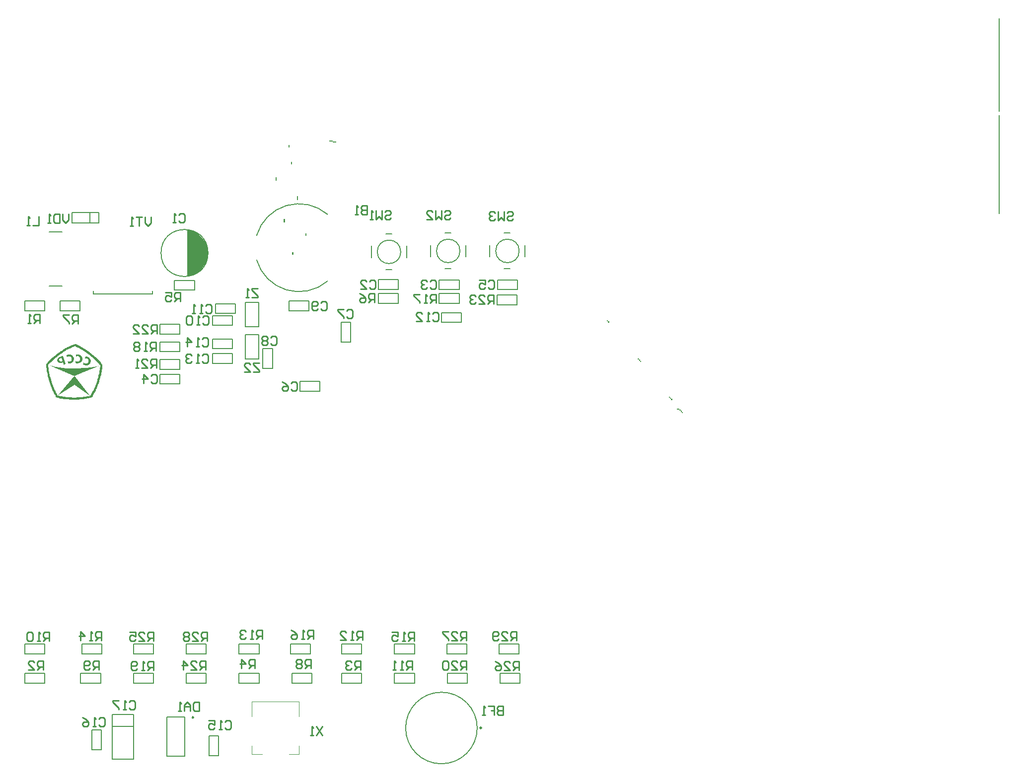
<source format=gbo>
G04*
G04 #@! TF.GenerationSoftware,Altium Limited,Altium Designer,23.1.1 (15)*
G04*
G04 Layer_Color=32896*
%FSLAX44Y44*%
%MOMM*%
G71*
G04*
G04 #@! TF.SameCoordinates,EF6C7277-5682-414E-8E18-456B4B33E10A*
G04*
G04*
G04 #@! TF.FilePolarity,Positive*
G04*
G01*
G75*
%ADD10C,0.2500*%
%ADD11C,0.2000*%
%ADD12C,0.2540*%
%ADD50C,0.5000*%
%ADD79C,0.1000*%
G36*
X350000Y945000D02*
Y865000D01*
X358000Y867000D01*
X365500Y870500D01*
X371250Y875000D01*
X376250Y880000D01*
X380750Y887250D01*
X383500Y894000D01*
X385000Y901750D01*
X384750Y909250D01*
X383500Y916250D01*
X380500Y923500D01*
X377000Y929000D01*
X372000Y934500D01*
X366250Y938750D01*
X357250Y943000D01*
X350000Y945000D01*
D02*
G37*
G36*
X530421Y904066D02*
Y902034D01*
X528389D01*
Y904066D01*
Y906098D01*
X530421D01*
Y904066D01*
D02*
G37*
G36*
X516197Y960962D02*
Y958930D01*
Y956898D01*
X514165D01*
Y958930D01*
Y960962D01*
Y962994D01*
X516197D01*
Y960962D01*
D02*
G37*
G36*
X501973Y1032082D02*
Y1030050D01*
Y1028018D01*
X499941D01*
Y1030050D01*
Y1032082D01*
Y1034114D01*
X501973D01*
Y1032082D01*
D02*
G37*
G36*
X538549Y999570D02*
Y997538D01*
Y995506D01*
X536517D01*
Y997538D01*
Y999570D01*
Y1001602D01*
X538549D01*
Y999570D01*
D02*
G37*
G36*
X528389Y1058498D02*
Y1056466D01*
X526357D01*
Y1058498D01*
Y1060530D01*
X528389D01*
Y1058498D01*
D02*
G37*
G36*
X524325Y1086946D02*
Y1084914D01*
X522293D01*
Y1086946D01*
Y1088978D01*
X524325D01*
Y1086946D01*
D02*
G37*
G36*
X552773Y936578D02*
Y934546D01*
X550741D01*
Y936578D01*
Y938610D01*
X552773D01*
Y936578D01*
D02*
G37*
G36*
X597477Y1095074D02*
X603573D01*
Y1093042D01*
X597477D01*
Y1095074D01*
X591381D01*
Y1097106D01*
X597477D01*
Y1095074D01*
D02*
G37*
G36*
X1119701Y723218D02*
X1121733D01*
Y721186D01*
X1123765D01*
Y719154D01*
X1121733D01*
Y721186D01*
X1119701D01*
Y723218D01*
X1117669D01*
Y725250D01*
X1119701D01*
Y723218D01*
D02*
G37*
G36*
X1066869Y788242D02*
X1068901D01*
Y786210D01*
X1066869D01*
Y788242D01*
X1064837D01*
Y790274D01*
X1066869D01*
Y788242D01*
D02*
G37*
G36*
X1188789Y637874D02*
X1190821D01*
Y635842D01*
X1192853D01*
Y633810D01*
X1194885D01*
Y631778D01*
X1192853D01*
Y633810D01*
X1190821D01*
Y635842D01*
X1188789D01*
Y637874D01*
X1184725D01*
Y639906D01*
X1188789D01*
Y637874D01*
D02*
G37*
G36*
X1172533Y658194D02*
X1174565D01*
Y656162D01*
X1176597D01*
Y654130D01*
X1174565D01*
Y656162D01*
X1172533D01*
Y658194D01*
X1170501D01*
Y660226D01*
X1172533D01*
Y658194D01*
D02*
G37*
G36*
X1734992Y1138136D02*
Y1136104D01*
Y1134072D01*
Y1132040D01*
Y1130008D01*
Y1127976D01*
Y1125944D01*
Y1123912D01*
Y1121880D01*
Y1119848D01*
Y1117816D01*
Y1115784D01*
Y1113752D01*
Y1111720D01*
Y1109688D01*
Y1107656D01*
Y1105624D01*
Y1103592D01*
Y1101560D01*
Y1099528D01*
Y1097496D01*
Y1095464D01*
Y1093432D01*
Y1091400D01*
Y1089368D01*
Y1087336D01*
Y1085304D01*
Y1083272D01*
Y1081240D01*
Y1079208D01*
Y1077176D01*
Y1075144D01*
Y1073112D01*
Y1071080D01*
Y1069048D01*
Y1067016D01*
Y1064984D01*
Y1062952D01*
Y1060920D01*
Y1058888D01*
Y1056856D01*
Y1054824D01*
Y1052792D01*
Y1050760D01*
Y1048728D01*
Y1046696D01*
Y1044664D01*
Y1042632D01*
Y1040600D01*
Y1038568D01*
Y1036536D01*
Y1034504D01*
Y1032472D01*
Y1030440D01*
Y1028408D01*
Y1026376D01*
Y1024344D01*
Y1022312D01*
Y1020280D01*
Y1018248D01*
Y1016216D01*
Y1014184D01*
Y1012152D01*
Y1010120D01*
Y1008088D01*
Y1006056D01*
Y1004024D01*
Y1001992D01*
Y999960D01*
Y997928D01*
Y995896D01*
Y993864D01*
Y991832D01*
Y989800D01*
Y987768D01*
Y985736D01*
Y983704D01*
Y981672D01*
Y979640D01*
Y977608D01*
Y975576D01*
Y973544D01*
Y971512D01*
X1732960D01*
Y973544D01*
Y975576D01*
Y977608D01*
Y979640D01*
Y981672D01*
Y983704D01*
Y985736D01*
Y987768D01*
Y989800D01*
Y991832D01*
Y993864D01*
Y995896D01*
Y997928D01*
Y999960D01*
Y1001992D01*
Y1004024D01*
Y1006056D01*
Y1008088D01*
Y1010120D01*
Y1012152D01*
Y1014184D01*
Y1016216D01*
Y1018248D01*
Y1020280D01*
Y1022312D01*
Y1024344D01*
Y1026376D01*
Y1028408D01*
Y1030440D01*
Y1032472D01*
Y1034504D01*
Y1036536D01*
Y1038568D01*
Y1040600D01*
Y1042632D01*
Y1044664D01*
Y1046696D01*
Y1048728D01*
Y1050760D01*
Y1052792D01*
Y1054824D01*
Y1056856D01*
Y1058888D01*
Y1060920D01*
Y1062952D01*
Y1064984D01*
Y1067016D01*
Y1069048D01*
Y1071080D01*
Y1073112D01*
Y1075144D01*
Y1077176D01*
Y1079208D01*
Y1081240D01*
Y1083272D01*
Y1085304D01*
Y1087336D01*
Y1089368D01*
Y1091400D01*
Y1093432D01*
Y1095464D01*
Y1097496D01*
Y1099528D01*
Y1101560D01*
Y1103592D01*
Y1105624D01*
Y1107656D01*
Y1109688D01*
Y1111720D01*
Y1113752D01*
Y1115784D01*
Y1117816D01*
Y1119848D01*
Y1121880D01*
Y1123912D01*
Y1125944D01*
Y1127976D01*
Y1130008D01*
Y1132040D01*
Y1134072D01*
Y1136104D01*
Y1138136D01*
Y1140168D01*
X1734992D01*
Y1138136D01*
D02*
G37*
G36*
Y1302728D02*
Y1300696D01*
Y1298664D01*
Y1296632D01*
Y1294600D01*
Y1292568D01*
Y1290536D01*
Y1288504D01*
Y1286472D01*
Y1284440D01*
Y1282408D01*
Y1280376D01*
Y1278344D01*
Y1276312D01*
Y1274280D01*
Y1272248D01*
Y1270216D01*
Y1268184D01*
Y1266152D01*
Y1264120D01*
Y1262088D01*
Y1260056D01*
Y1258024D01*
Y1255992D01*
Y1253960D01*
Y1251928D01*
Y1249896D01*
Y1247864D01*
Y1245832D01*
Y1243800D01*
Y1241768D01*
Y1239736D01*
Y1237704D01*
Y1235672D01*
Y1233640D01*
Y1231608D01*
Y1229576D01*
Y1227544D01*
Y1225512D01*
Y1223480D01*
Y1221448D01*
Y1219416D01*
Y1217384D01*
Y1215352D01*
Y1213320D01*
Y1211288D01*
Y1209256D01*
Y1207224D01*
Y1205192D01*
Y1203160D01*
Y1201128D01*
Y1199096D01*
Y1197064D01*
Y1195032D01*
Y1193000D01*
Y1190968D01*
Y1188936D01*
Y1186904D01*
Y1184872D01*
Y1182840D01*
Y1180808D01*
Y1178776D01*
Y1176744D01*
Y1174712D01*
Y1172680D01*
Y1170648D01*
Y1168616D01*
Y1166584D01*
Y1164552D01*
Y1162520D01*
Y1160488D01*
Y1158456D01*
Y1156424D01*
Y1154392D01*
Y1152360D01*
Y1150328D01*
Y1148296D01*
Y1146264D01*
X1732960D01*
Y1148296D01*
Y1150328D01*
Y1152360D01*
Y1154392D01*
Y1156424D01*
Y1158456D01*
Y1160488D01*
Y1162520D01*
Y1164552D01*
Y1166584D01*
Y1168616D01*
Y1170648D01*
Y1172680D01*
Y1174712D01*
Y1176744D01*
Y1178776D01*
Y1180808D01*
Y1182840D01*
Y1184872D01*
Y1186904D01*
Y1188936D01*
Y1190968D01*
Y1193000D01*
Y1195032D01*
Y1197064D01*
Y1199096D01*
Y1201128D01*
Y1203160D01*
Y1205192D01*
Y1207224D01*
Y1209256D01*
Y1211288D01*
Y1213320D01*
Y1215352D01*
Y1217384D01*
Y1219416D01*
Y1221448D01*
Y1223480D01*
Y1225512D01*
Y1227544D01*
Y1229576D01*
Y1231608D01*
Y1233640D01*
Y1235672D01*
Y1237704D01*
Y1239736D01*
Y1241768D01*
Y1243800D01*
Y1245832D01*
Y1247864D01*
Y1249896D01*
Y1251928D01*
Y1253960D01*
Y1255992D01*
Y1258024D01*
Y1260056D01*
Y1262088D01*
Y1264120D01*
Y1266152D01*
Y1268184D01*
Y1270216D01*
Y1272248D01*
Y1274280D01*
Y1276312D01*
Y1278344D01*
Y1280376D01*
Y1282408D01*
Y1284440D01*
Y1286472D01*
Y1288504D01*
Y1290536D01*
Y1292568D01*
Y1294600D01*
Y1296632D01*
Y1298664D01*
Y1300696D01*
Y1302728D01*
Y1304760D01*
X1734992D01*
Y1302728D01*
D02*
G37*
G36*
X158431Y749805D02*
X158708Y749712D01*
X159079Y749620D01*
X159542Y749435D01*
X160097Y749249D01*
X161486Y748694D01*
X163153Y747953D01*
X165097Y747028D01*
X167319Y745917D01*
X169633Y744620D01*
X169726D01*
X169911Y744435D01*
X170281Y744250D01*
X170744Y743972D01*
X171392Y743602D01*
X172133Y743232D01*
X172874Y742676D01*
X173799Y742121D01*
X175836Y740917D01*
X178058Y739436D01*
X180466Y737769D01*
X182965Y736010D01*
X183058Y735918D01*
X183243Y735825D01*
X183613Y735547D01*
X184076Y735177D01*
X184632Y734714D01*
X185372Y734158D01*
X186946Y732862D01*
X188890Y731288D01*
X191020Y729529D01*
X193242Y727678D01*
X195464Y725641D01*
X195557Y725548D01*
X195742Y725363D01*
X196019Y725085D01*
X196482Y724715D01*
X196945Y724159D01*
X197501Y723604D01*
X198890Y722215D01*
X200371Y720549D01*
X201945Y718790D01*
X203519Y716845D01*
X205000Y714901D01*
Y714809D01*
Y714623D01*
Y714346D01*
Y713975D01*
Y713512D01*
Y712864D01*
X204907Y712124D01*
Y711383D01*
X204722Y709531D01*
X204537Y707402D01*
X204167Y704902D01*
X203704Y702217D01*
Y702125D01*
X203611Y701847D01*
X203519Y701477D01*
X203426Y700921D01*
X203333Y700273D01*
X203148Y699440D01*
X202963Y698514D01*
X202778Y697496D01*
X202500Y696385D01*
X202222Y695181D01*
X201574Y692589D01*
X200741Y689811D01*
X199908Y686849D01*
Y686756D01*
X199815Y686478D01*
X199630Y686108D01*
X199445Y685460D01*
X199167Y684812D01*
X198890Y683979D01*
X198612Y683053D01*
X198149Y681942D01*
X197316Y679627D01*
X196297Y677035D01*
X195186Y674257D01*
X193983Y671480D01*
Y671387D01*
X193797Y671109D01*
X193612Y670739D01*
X193427Y670276D01*
X193057Y669628D01*
X192687Y668887D01*
X191853Y667128D01*
X190835Y665184D01*
X189631Y663055D01*
X188335Y660925D01*
X186946Y658888D01*
X186854D01*
X186761Y658796D01*
X186483Y658703D01*
X186113Y658611D01*
X185558Y658426D01*
X185002Y658240D01*
X184354Y658055D01*
X183613Y657870D01*
X181762Y657407D01*
X179632Y656944D01*
X177225Y656481D01*
X174448Y656111D01*
X174077D01*
X173707Y656018D01*
X173151Y655926D01*
X172411Y655833D01*
X171577Y655741D01*
X170559Y655648D01*
X169541Y655555D01*
X168337Y655463D01*
X167134Y655370D01*
X164356Y655185D01*
X161301Y655093D01*
X158153Y655000D01*
X152783D01*
X151580Y655093D01*
X150191D01*
X147413Y655278D01*
X144358Y655463D01*
X141210Y655741D01*
X140840D01*
X140377Y655833D01*
X139822Y655926D01*
X139081Y656018D01*
X138248Y656111D01*
X137322Y656204D01*
X136303Y656389D01*
X133989Y656759D01*
X131582Y657222D01*
X129174Y657870D01*
X126767Y658518D01*
Y658611D01*
X126675Y658703D01*
X126490Y658981D01*
X126212Y659259D01*
X125656Y660185D01*
X124916Y661481D01*
X123990Y663055D01*
X122879Y664999D01*
X121768Y667221D01*
X120564Y669721D01*
Y669813D01*
X120379Y669998D01*
X120287Y670461D01*
X120009Y670924D01*
X119731Y671572D01*
X119453Y672406D01*
X119083Y673239D01*
X118713Y674257D01*
X118250Y675368D01*
X117787Y676479D01*
X116861Y679072D01*
X115843Y681849D01*
X114917Y684812D01*
Y684904D01*
X114824Y685182D01*
X114639Y685645D01*
X114454Y686200D01*
X114269Y686941D01*
X113991Y687774D01*
X113713Y688793D01*
X113435Y689904D01*
X113065Y691107D01*
X112787Y692311D01*
X112047Y695088D01*
X111399Y698051D01*
X110751Y701014D01*
Y701106D01*
X110658Y701384D01*
X110565Y701847D01*
X110473Y702402D01*
X110380Y703143D01*
X110288Y703976D01*
X110102Y704902D01*
X110010Y705921D01*
X109732Y708235D01*
X109454Y710642D01*
X109269Y713142D01*
Y715642D01*
Y715734D01*
X109454Y715827D01*
X109825Y716383D01*
X110565Y717216D01*
X111491Y718419D01*
X112787Y719715D01*
X114269Y721382D01*
X116028Y723141D01*
X118065Y724993D01*
X118157Y725085D01*
X118342Y725270D01*
X118620Y725548D01*
X119083Y725919D01*
X119639Y726382D01*
X120287Y726937D01*
X121027Y727493D01*
X121861Y728233D01*
X123712Y729715D01*
X125842Y731473D01*
X128249Y733233D01*
X130748Y735084D01*
X130841Y735177D01*
X131026Y735269D01*
X131397Y735547D01*
X131952Y735918D01*
X132507Y736380D01*
X133248Y736843D01*
X134081Y737399D01*
X135007Y738047D01*
X137137Y739436D01*
X139544Y740917D01*
X142136Y742491D01*
X144821Y743972D01*
X144914Y744065D01*
X145099Y744157D01*
X145562Y744343D01*
X146025Y744620D01*
X146673Y744991D01*
X147413Y745361D01*
X148247Y745824D01*
X149172Y746287D01*
X151302Y747213D01*
X153524Y748231D01*
X155931Y749157D01*
X158246Y749898D01*
X158338D01*
X158431Y749805D01*
D02*
G37*
%LPC*%
G36*
X158060Y746194D02*
X157968D01*
X157783Y746102D01*
X157505Y746009D01*
X157135Y745824D01*
X156672Y745639D01*
X156116Y745454D01*
X154727Y744806D01*
X153061Y744157D01*
X151209Y743232D01*
X149172Y742306D01*
X147043Y741195D01*
X146950D01*
X146765Y741010D01*
X146488Y740917D01*
X146025Y740639D01*
X145469Y740361D01*
X144914Y739991D01*
X143432Y739158D01*
X141673Y738047D01*
X139636Y736843D01*
X137507Y735455D01*
X135378Y733973D01*
X135285D01*
X135100Y733788D01*
X134822Y733603D01*
X134359Y733233D01*
X133804Y732862D01*
X133248Y732492D01*
X131674Y731381D01*
X129915Y729992D01*
X127971Y728511D01*
X125842Y726844D01*
X123619Y724993D01*
X123527Y724900D01*
X123342Y724808D01*
X123064Y724530D01*
X122601Y724159D01*
X122138Y723697D01*
X121490Y723141D01*
X120101Y721752D01*
X118435Y720178D01*
X116583Y718327D01*
X114546Y716383D01*
X112602Y714253D01*
Y714161D01*
Y713975D01*
Y713698D01*
X112695Y713327D01*
Y712772D01*
X112787Y712124D01*
X112880Y710642D01*
X113065Y708883D01*
X113343Y706846D01*
X113713Y704624D01*
X114083Y702310D01*
Y702217D01*
X114176Y702032D01*
Y701662D01*
X114269Y701199D01*
X114361Y700643D01*
X114546Y699995D01*
X114732Y699162D01*
X114917Y698329D01*
X115380Y696385D01*
X115843Y694163D01*
X116491Y691755D01*
X117231Y689256D01*
Y689163D01*
X117324Y688978D01*
X117416Y688608D01*
X117602Y688052D01*
X117787Y687497D01*
X118065Y686756D01*
X118342Y685923D01*
X118620Y684997D01*
X119361Y682960D01*
X120194Y680646D01*
X121120Y678146D01*
X122231Y675553D01*
Y675461D01*
X122323Y675276D01*
X122508Y674905D01*
X122694Y674350D01*
X122971Y673702D01*
X123342Y672961D01*
X123712Y672128D01*
X124175Y671202D01*
X125101Y669165D01*
X126304Y666851D01*
X127601Y664351D01*
X128989Y661851D01*
X129082D01*
X129267Y661758D01*
X129545D01*
X129915Y661666D01*
X130471Y661481D01*
X131119Y661388D01*
X132600Y661111D01*
X134359Y660740D01*
X136396Y660370D01*
X138618Y659999D01*
X140933Y659629D01*
X141210D01*
X141581Y659537D01*
X142044D01*
X142692Y659444D01*
X143340Y659351D01*
X144173Y659259D01*
X145099Y659166D01*
X147136Y658981D01*
X149450Y658888D01*
X152043Y658703D01*
X154635Y658611D01*
X159171D01*
X161301Y658703D01*
X163801Y658796D01*
X166486Y658981D01*
X169263Y659166D01*
X169633D01*
X170004Y659259D01*
X170559Y659351D01*
X171207D01*
X172040Y659537D01*
X172966Y659629D01*
X173985Y659722D01*
X176299Y660092D01*
X178799Y660555D01*
X181576Y661018D01*
X184354Y661666D01*
Y661759D01*
X184447Y661851D01*
X184632Y662129D01*
X184909Y662499D01*
X185465Y663425D01*
X186206Y664721D01*
X187132Y666295D01*
X188057Y668054D01*
X189168Y669998D01*
X190187Y672128D01*
Y672220D01*
X190279Y672406D01*
X190464Y672683D01*
X190650Y673146D01*
X190927Y673702D01*
X191205Y674350D01*
X191853Y675924D01*
X192687Y677775D01*
X193520Y679905D01*
X194353Y682219D01*
X195279Y684627D01*
Y684719D01*
X195371Y684904D01*
X195464Y685275D01*
X195649Y685738D01*
X195834Y686386D01*
X196019Y687126D01*
X196297Y687960D01*
X196575Y688793D01*
X197223Y690922D01*
X197778Y693237D01*
X198427Y695829D01*
X199075Y698514D01*
Y698607D01*
X199167Y698884D01*
X199260Y699255D01*
X199352Y699810D01*
X199445Y700458D01*
X199630Y701199D01*
X199815Y702125D01*
X200000Y703143D01*
X200371Y705365D01*
X200741Y707958D01*
X201112Y710642D01*
X201389Y713512D01*
Y713605D01*
X201204Y713698D01*
X200741Y714253D01*
X200000Y715179D01*
X199075Y716290D01*
X197871Y717586D01*
X196482Y719067D01*
X194908Y720641D01*
X193242Y722308D01*
X193149Y722400D01*
X193057Y722493D01*
X192779Y722771D01*
X192501Y723048D01*
X191576Y723974D01*
X190372Y725085D01*
X188891Y726474D01*
X187224Y727955D01*
X185372Y729529D01*
X183335Y731103D01*
X183243Y731196D01*
X183058Y731288D01*
X182780Y731566D01*
X182410Y731844D01*
X181854Y732214D01*
X181206Y732677D01*
X179725Y733696D01*
X177966Y734899D01*
X175929Y736288D01*
X173707Y737769D01*
X171392Y739158D01*
X171300Y739250D01*
X171115Y739343D01*
X170744Y739528D01*
X170281Y739806D01*
X169726Y740176D01*
X168985Y740547D01*
X168244Y741010D01*
X167319Y741472D01*
X165374Y742583D01*
X163153Y743695D01*
X160653Y744991D01*
X158060Y746194D01*
D02*
G37*
%LPD*%
G36*
X164171Y732122D02*
X165097Y731844D01*
X165930Y731566D01*
X166671Y731196D01*
X167319Y730826D01*
X167874Y730548D01*
X168244Y730363D01*
X168337Y730270D01*
X169170Y729529D01*
X169911Y728604D01*
X170374Y727585D01*
X170652Y726659D01*
X170837Y725733D01*
X170930Y724993D01*
Y724530D01*
Y724437D01*
Y724345D01*
X170744Y722863D01*
X170374Y721660D01*
X169911Y720641D01*
X169356Y719901D01*
X168708Y719253D01*
X168244Y718882D01*
X167874Y718605D01*
X167782Y718512D01*
X166671Y717956D01*
X165745Y717586D01*
X165004Y717308D01*
X164356Y717123D01*
X163893Y717031D01*
X163523Y716938D01*
X160931D01*
X160375Y717123D01*
X159819Y717308D01*
X159449Y717494D01*
X159264Y717586D01*
Y718419D01*
Y718975D01*
Y719160D01*
Y719345D01*
Y719623D01*
Y719993D01*
Y720456D01*
Y720826D01*
Y721197D01*
Y721289D01*
X159634Y720826D01*
X160097Y720549D01*
X160375Y720364D01*
X160560Y720271D01*
X161208Y720086D01*
X161949Y719993D01*
X162875D01*
X163523Y720086D01*
X164078Y720178D01*
X165004Y720734D01*
X165375Y720919D01*
X165560Y721197D01*
X165745Y721289D01*
X165837Y721382D01*
X166300Y721937D01*
X166578Y722493D01*
X166948Y723511D01*
X167041Y723974D01*
X167134Y724345D01*
Y724530D01*
Y724622D01*
X167041Y725270D01*
X166948Y725919D01*
X166393Y726937D01*
X166208Y727307D01*
X165930Y727585D01*
X165837Y727678D01*
X165745Y727770D01*
X165189Y728233D01*
X164726Y728604D01*
X164263Y728789D01*
X163893Y728974D01*
X163338Y729159D01*
X162412D01*
X161764Y729066D01*
X161393Y728974D01*
X161301D01*
X160745Y728789D01*
X160282Y728511D01*
X160005Y728326D01*
X159912Y728233D01*
X159912Y732122D01*
X160375Y732214D01*
X163338D01*
X164171Y732122D01*
D02*
G37*
G36*
X149450Y731844D02*
X150283Y731751D01*
X151024Y731566D01*
X151580Y731474D01*
X152043Y731288D01*
X152135D01*
X153153Y730826D01*
X154079Y730085D01*
X154727Y729252D01*
X155283Y728418D01*
X155746Y727585D01*
X156024Y726937D01*
X156116Y726474D01*
X156209Y726382D01*
Y726289D01*
X156394Y724808D01*
Y723511D01*
X156116Y722400D01*
X155746Y721475D01*
X155375Y720734D01*
X155005Y720271D01*
X154727Y719901D01*
X154635Y719808D01*
X153709Y719067D01*
X152968Y718419D01*
X152320Y717864D01*
X151765Y717494D01*
X151302Y717216D01*
X151024Y717031D01*
X150839Y716938D01*
X150746D01*
X149728Y716753D01*
X148987Y716568D01*
X148524Y716475D01*
X147876D01*
X147228Y716568D01*
X146673D01*
X146488Y717494D01*
X146302Y718049D01*
Y718234D01*
Y718327D01*
X146256Y718466D01*
X146210Y718512D01*
Y718605D01*
X146117Y718975D01*
X145932Y719345D01*
X145840Y719808D01*
X145747Y720086D01*
Y720178D01*
X146210Y719901D01*
X146673Y719715D01*
X146951Y719623D01*
X147876D01*
X148617Y719715D01*
X148987Y719808D01*
X149265D01*
X149450Y719901D01*
X149543D01*
X150098Y720086D01*
X150654Y720456D01*
X151487Y721104D01*
X151950Y721752D01*
X152135Y721937D01*
Y722030D01*
X152413Y722678D01*
X152505Y723234D01*
X152598Y724345D01*
Y724808D01*
Y725178D01*
X152505Y725363D01*
Y725456D01*
X152320Y726104D01*
X151950Y726659D01*
X151209Y727493D01*
X150839Y727770D01*
X150561Y727955D01*
X150376Y728141D01*
X150283D01*
X149635Y728511D01*
X149080Y728696D01*
X148154Y728881D01*
X147413D01*
X146673Y728696D01*
X146117Y728418D01*
X145747Y728233D01*
X145654Y728141D01*
X145191Y727770D01*
X144821Y727493D01*
X144636Y727122D01*
X144543Y727030D01*
X143617Y730826D01*
X143803D01*
X143988Y730918D01*
X144173Y731011D01*
X144265D01*
X144451Y731103D01*
X144821Y731196D01*
X145654Y731474D01*
X146025Y731659D01*
X146395Y731751D01*
X146673Y731844D01*
X146765D01*
X147691Y731936D01*
X148617D01*
X149450Y731844D01*
D02*
G37*
G36*
X176855Y728789D02*
X177225D01*
X177503Y728696D01*
X178429Y728511D01*
X178799Y728418D01*
X179169Y728326D01*
X179447Y728233D01*
X179540D01*
X180373Y727863D01*
X181114Y727400D01*
X181854Y726937D01*
X182502Y726382D01*
X182965Y725919D01*
X183428Y725456D01*
X183706Y725178D01*
X183799Y725085D01*
X184447Y724159D01*
X184909Y723141D01*
X185095Y722030D01*
X185187Y721012D01*
X185095Y720086D01*
X185002Y719345D01*
X184909Y718882D01*
Y718790D01*
Y718697D01*
X184354Y717308D01*
X183706Y716290D01*
X183058Y715457D01*
X182225Y714809D01*
X181576Y714346D01*
X181021Y714068D01*
X180651Y713975D01*
X180466Y713883D01*
X179262Y713605D01*
X178244Y713420D01*
X177410Y713327D01*
X176299D01*
X175929Y713420D01*
X175651D01*
X174633Y713698D01*
X173985Y713883D01*
X173522Y714068D01*
X173429D01*
X172966Y714346D01*
X172503Y714623D01*
X172133Y714901D01*
X172040Y714994D01*
X172226Y715827D01*
X172411Y716383D01*
X172503Y716753D01*
X172411Y716568D01*
Y716660D01*
X172503Y716938D01*
X172596Y717308D01*
X172689Y717771D01*
X172781Y718142D01*
X172874Y718419D01*
Y718512D01*
X173151Y718049D01*
X173429Y717679D01*
X173707Y717401D01*
X173799Y717308D01*
X174077Y717123D01*
X174448Y717031D01*
X175188Y716753D01*
X175559Y716660D01*
X175836Y716568D01*
X176021Y716475D01*
X176114D01*
X176670Y716383D01*
X177318D01*
X178336Y716660D01*
X178706Y716845D01*
X179077Y716938D01*
X179262Y717123D01*
X179354D01*
X179910Y717494D01*
X180373Y717956D01*
X180928Y718882D01*
X181114Y719253D01*
X181299Y719623D01*
X181391Y719808D01*
Y719901D01*
X181484Y720549D01*
Y721197D01*
X181206Y722308D01*
X181021Y722678D01*
X180928Y723048D01*
X180743Y723234D01*
Y723326D01*
X180373Y723882D01*
X180003Y724345D01*
X179632Y724715D01*
X179262Y724993D01*
X178706Y725178D01*
X178614Y725270D01*
X178521D01*
X177781Y725456D01*
X177225Y725548D01*
X176762D01*
X176207Y725456D01*
X175651Y725363D01*
X175281Y725270D01*
X175188Y725178D01*
X176114Y728881D01*
X176670D01*
X176855Y728789D01*
D02*
G37*
G36*
X142507Y715642D02*
X139081Y714068D01*
Y714161D01*
Y714253D01*
X138988Y714716D01*
X138896Y715179D01*
Y715272D01*
Y715364D01*
X138618Y716475D01*
X138248Y717586D01*
X138062Y718049D01*
X137877Y718419D01*
X137692Y718605D01*
Y718697D01*
X136581Y718142D01*
X135470Y717864D01*
X134544Y717679D01*
X133711Y717586D01*
X132415Y717586D01*
X132045Y717679D01*
X131952D01*
X131026Y717956D01*
X130193Y718327D01*
X129637Y718697D01*
X129174Y719160D01*
X128804Y719530D01*
X128619Y719808D01*
X128434Y719993D01*
Y720086D01*
X128249Y720641D01*
X128156Y721197D01*
X128063Y722400D01*
Y722863D01*
Y723326D01*
Y723604D01*
Y723697D01*
X128249Y724530D01*
X128712Y725270D01*
X129360Y725919D01*
X130100Y726474D01*
X130841Y726937D01*
X131397Y727307D01*
X131859Y727493D01*
X132045Y727585D01*
X132878Y727955D01*
X133711Y728326D01*
X134081Y728418D01*
X134359Y728511D01*
X134544Y728604D01*
X134637D01*
X135748Y728974D01*
X136859Y729344D01*
X137322Y729437D01*
X137692Y729529D01*
X137877Y729622D01*
X137970D01*
X142507Y715642D01*
D02*
G37*
G36*
X201019Y713266D02*
X201112Y713327D01*
X201204D01*
X201019Y713266D01*
D02*
G37*
G36*
X113528Y714068D02*
X113991Y713975D01*
X114546Y713790D01*
X115287Y713605D01*
X116120Y713327D01*
X117046Y713049D01*
X118157Y712772D01*
X120472Y712216D01*
X122879Y711661D01*
X125471Y711013D01*
X127971Y710550D01*
X128063D01*
X128249Y710457D01*
X128619D01*
X128989Y710365D01*
X129545Y710272D01*
X130193Y710087D01*
X131767Y709809D01*
X133526Y709531D01*
X135470Y709254D01*
X137507Y708976D01*
X139451Y708698D01*
X139636D01*
X139914Y708606D01*
X140285D01*
X141303Y708513D01*
X142599Y708420D01*
X144080Y708328D01*
X145654Y708235D01*
X148987Y708050D01*
X158060D01*
X158894Y708143D01*
X160097D01*
X161579Y708235D01*
X163245Y708328D01*
X165189Y708420D01*
X167226Y708513D01*
X168244D01*
X168708Y708606D01*
X169356D01*
X170837Y708698D01*
X172689Y708791D01*
X174725Y708883D01*
X176855Y709069D01*
X179169Y709254D01*
X179447D01*
X179725Y709346D01*
X180188D01*
X180743Y709439D01*
X181391Y709531D01*
X182965Y709624D01*
X184724Y709902D01*
X186761Y710180D01*
X188891Y710457D01*
X191112Y710828D01*
X191390D01*
X191668Y710920D01*
X192131Y711013D01*
X192594Y711105D01*
X193242Y711198D01*
X194631Y711476D01*
X196205Y711846D01*
X197871Y712309D01*
X199538Y712772D01*
X201019Y713266D01*
X200834Y713142D01*
X200371Y712957D01*
X199815Y712772D01*
X198982Y712402D01*
X198149Y712124D01*
X197130Y711661D01*
X195927Y711198D01*
X194723Y710735D01*
X193335Y710180D01*
X190464Y708976D01*
X187317Y707680D01*
X183984Y706384D01*
X180651Y704995D01*
X177318Y703606D01*
X174077Y702310D01*
X171022Y701106D01*
X169633Y700551D01*
X168244Y699995D01*
X167041Y699440D01*
X165930Y698977D01*
X164912Y698607D01*
X163986Y698236D01*
X163245Y697959D01*
X162690Y697681D01*
X162597D01*
X162412Y697588D01*
X162227Y697496D01*
X161856Y697310D01*
X160931Y696940D01*
X159912Y696570D01*
X158986Y696199D01*
X158060Y695829D01*
X157690Y695644D01*
X157505Y695551D01*
X157320Y695459D01*
X157227D01*
X183613Y661851D01*
X157227Y680368D01*
X129730Y662499D01*
X157227Y695459D01*
X157135D01*
X156949Y695551D01*
X156579Y695736D01*
X155931Y696014D01*
X155468Y696199D01*
X154913Y696385D01*
X154264Y696662D01*
X153524Y696940D01*
X152691Y697310D01*
X151765Y697681D01*
X151672D01*
X151487Y697773D01*
X151024Y697959D01*
X150376Y698236D01*
X149450Y698607D01*
X148247Y699162D01*
X146765Y699810D01*
X145840Y700181D01*
X144821Y700643D01*
X143803Y701106D01*
X142599Y701569D01*
X141303Y702125D01*
X139914Y702680D01*
X138340Y703328D01*
X136766Y704069D01*
X135007Y704810D01*
X133156Y705643D01*
X131119Y706476D01*
X128989Y707402D01*
X126675Y708328D01*
X124268Y709346D01*
X121768Y710457D01*
X118990Y711661D01*
X116213Y712864D01*
X113158Y714161D01*
X113250D01*
X113528Y714068D01*
D02*
G37*
%LPC*%
G36*
X146210Y718605D02*
X146256Y718466D01*
X146302Y718419D01*
Y718512D01*
X146210Y718605D01*
D02*
G37*
G36*
X135192Y726104D02*
X134081Y725733D01*
X133156Y725270D01*
X132785Y725085D01*
X132507Y724900D01*
X132322Y724808D01*
X132230Y724715D01*
X131767Y724345D01*
X131489Y723882D01*
X131397Y723419D01*
X131304Y722956D01*
X131397Y722586D01*
X131489Y722215D01*
X131582Y722030D01*
Y721937D01*
X131859Y721382D01*
X132230Y721012D01*
X132600Y720641D01*
X132970Y720456D01*
X133618Y720271D01*
X133896D01*
X135007Y720364D01*
X136026Y720641D01*
X136396Y720826D01*
X136766Y720919D01*
X136952Y721012D01*
X137044D01*
X136766Y721937D01*
X136489Y722678D01*
X136303Y723326D01*
X136211Y723419D01*
Y723511D01*
X135841Y724530D01*
X135563Y725363D01*
X135285Y725919D01*
X135192Y726011D01*
Y726104D01*
D02*
G37*
%LPD*%
D10*
X360500Y113000D02*
G03*
X360500Y113000I-1250J0D01*
G01*
D11*
X468000Y893000D02*
G03*
X588970Y857194I72000J21000D01*
G01*
Y970806D02*
G03*
X468000Y935000I-48970J-56806D01*
G01*
X844000Y95000D02*
G03*
X844000Y95000I-61000J0D01*
G01*
X713667Y906956D02*
G03*
X713667Y906956I-20000J0D01*
G01*
X915620Y908540D02*
G03*
X915620Y908540I-20000J0D01*
G01*
X814646D02*
G03*
X814646Y908540I-20000J0D01*
G01*
X385000Y905000D02*
G03*
X385000Y905000I-40000J0D01*
G01*
X303000Y766750D02*
X337000D01*
X303000Y783250D02*
X337000D01*
X303000Y766750D02*
Y783250D01*
X337000Y766750D02*
Y783250D01*
X478438Y742000D02*
X494938D01*
X478438Y708000D02*
X494938D01*
X478438D02*
Y742000D01*
X494938Y708000D02*
Y742000D01*
X438000Y188250D02*
X472000D01*
X438000Y171750D02*
X472000D01*
Y188250D01*
X438000Y171750D02*
Y188250D01*
X878000Y833250D02*
X912000D01*
X878000Y816750D02*
X912000D01*
Y833250D01*
X878000Y816750D02*
Y833250D01*
X878500Y842778D02*
Y859278D01*
X912500Y842778D02*
Y859278D01*
X878500Y842778D02*
X912500D01*
X878500Y859278D02*
X912500D01*
X386750Y82000D02*
X403250D01*
X386750Y48000D02*
X403250D01*
X386750D02*
Y82000D01*
X403250Y48000D02*
Y82000D01*
X186750Y58000D02*
X203250D01*
X186750Y92000D02*
X203250D01*
Y58000D02*
Y92000D01*
X186750Y58000D02*
Y92000D01*
X222000Y98000D02*
X258000D01*
X222000Y42000D02*
Y118000D01*
Y42000D02*
X258000D01*
Y118000D01*
X222000D02*
X258000D01*
X345500Y46500D02*
Y113500D01*
X314500Y46500D02*
Y113500D01*
X345500D01*
X314500Y46500D02*
X345500D01*
X303000Y681750D02*
X337000D01*
X303000Y698250D02*
X337000D01*
X303000Y681750D02*
Y698250D01*
X337000Y681750D02*
Y698250D01*
X303000Y736750D02*
Y753250D01*
X337000Y736750D02*
Y753250D01*
X303000Y736750D02*
X337000D01*
X303000Y753250D02*
X337000D01*
X303000Y706750D02*
Y723250D01*
X337000Y706750D02*
Y723250D01*
X303000Y706750D02*
X337000D01*
X303000Y723250D02*
X337000D01*
X523000Y806750D02*
X557000D01*
X523000Y823250D02*
X557000D01*
X523000Y806750D02*
Y823250D01*
X557000Y806750D02*
Y823250D01*
X541668Y669539D02*
X575668D01*
X541668Y686039D02*
X575668D01*
X541668Y669539D02*
Y686039D01*
X575668Y669539D02*
Y686039D01*
X611750Y753000D02*
Y787000D01*
X628250Y753000D02*
Y787000D01*
X611750D02*
X628250D01*
X611750Y753000D02*
X628250D01*
X393000Y798250D02*
X427000D01*
X393000Y781750D02*
X427000D01*
Y798250D01*
X393000Y781750D02*
Y798250D01*
X398000Y818250D02*
X432000D01*
X398000Y801750D02*
X432000D01*
Y818250D01*
X398000Y801750D02*
Y818250D01*
X471502Y779502D02*
Y820502D01*
X448502D02*
X471502D01*
X448502Y779502D02*
Y820502D01*
Y779502D02*
X471502D01*
X675676Y819395D02*
Y835895D01*
X709676Y819395D02*
Y835895D01*
X675676Y819395D02*
X709676D01*
X675676Y835895D02*
X709676D01*
X675676Y859500D02*
X709676D01*
X675676Y843000D02*
X709676D01*
Y859500D01*
X675676Y843000D02*
Y859500D01*
X688107Y876956D02*
X698267D01*
X663667Y896956D02*
Y916956D01*
X688107Y937916D02*
X698267D01*
X723667Y896956D02*
Y916956D01*
X779250Y819395D02*
Y835895D01*
X813250Y819395D02*
Y835895D01*
X779250Y819395D02*
X813250D01*
X779250Y835895D02*
X813250D01*
X779250Y859278D02*
X813250D01*
X779250Y842778D02*
X813250D01*
Y859278D01*
X779250Y842778D02*
Y859278D01*
X471502Y724502D02*
Y765502D01*
X448502D02*
X471502D01*
X448502Y724502D02*
Y765502D01*
Y724502D02*
X471502D01*
X890060Y878540D02*
X900220D01*
X865620Y898540D02*
Y918540D01*
X890060Y939500D02*
X900220D01*
X925620Y898540D02*
Y918540D01*
X783000Y786750D02*
X817000D01*
X783000Y803250D02*
X817000D01*
X783000Y786750D02*
Y803250D01*
X817000Y786750D02*
Y803250D01*
X393000Y741750D02*
Y758250D01*
X427000Y741750D02*
Y758250D01*
X393000Y741750D02*
X427000D01*
X393000Y758250D02*
X427000D01*
X793000Y171750D02*
Y188250D01*
X827000Y171750D02*
Y188250D01*
X793000Y171750D02*
X827000D01*
X793000Y188250D02*
X827000D01*
X826111Y221750D02*
Y238250D01*
X792111Y221750D02*
Y238250D01*
X826111D01*
X792111Y221750D02*
X826111D01*
X737000D02*
Y238250D01*
X703000Y221750D02*
Y238250D01*
X737000D01*
X703000Y221750D02*
X737000D01*
Y171750D02*
Y188250D01*
X703000Y171750D02*
Y188250D01*
X737000D01*
X703000Y171750D02*
X737000D01*
X647000Y221750D02*
Y238250D01*
X613000Y221750D02*
Y238250D01*
X647000D01*
X613000Y221750D02*
X647000D01*
X613000Y171750D02*
Y188250D01*
X647000Y171750D02*
Y188250D01*
X613000Y171750D02*
X647000D01*
X613000Y188250D02*
X647000D01*
X114000Y941000D02*
X136000D01*
X114000Y849000D02*
X136000D01*
X789086Y878540D02*
X799246D01*
X764646Y898540D02*
Y918540D01*
X789086Y939500D02*
X799246D01*
X824646Y898540D02*
Y918540D01*
X292000Y221750D02*
Y238250D01*
X258000Y221750D02*
Y238250D01*
X292000D01*
X258000Y221750D02*
X292000D01*
X382000Y171750D02*
Y188250D01*
X348000Y171750D02*
Y188250D01*
X382000D01*
X348000Y171750D02*
X382000D01*
Y221750D02*
Y238250D01*
X348000Y221750D02*
Y238250D01*
X382000D01*
X348000Y221750D02*
X382000D01*
X915000D02*
Y238250D01*
X881000Y221750D02*
Y238250D01*
X915000D01*
X881000Y221750D02*
X915000D01*
X917000Y171750D02*
Y188250D01*
X883000Y171750D02*
Y188250D01*
X917000D01*
X883000Y171750D02*
X917000D01*
X73000Y221750D02*
X107000D01*
X73000Y238250D02*
X107000D01*
X73000Y221750D02*
Y238250D01*
X107000Y221750D02*
Y238250D01*
X73000Y188250D02*
X107000D01*
X73000Y171750D02*
X107000D01*
Y188250D01*
X73000Y171750D02*
Y188250D01*
X562000Y171750D02*
Y188250D01*
X528000Y171750D02*
Y188250D01*
X562000D01*
X528000Y171750D02*
X562000D01*
X472000Y221750D02*
Y238250D01*
X438000Y221750D02*
Y238250D01*
X472000D01*
X438000Y221750D02*
X472000D01*
X559444D02*
Y238250D01*
X525444Y221750D02*
Y238250D01*
X559444D01*
X525444Y221750D02*
X559444D01*
X258000Y171750D02*
Y188250D01*
X292000Y171750D02*
Y188250D01*
X258000Y171750D02*
X292000D01*
X258000Y188250D02*
X292000D01*
X202000Y171750D02*
Y188250D01*
X168000Y171750D02*
Y188250D01*
X202000D01*
X168000Y171750D02*
X202000D01*
X203889Y221750D02*
Y238250D01*
X169889Y221750D02*
Y238250D01*
X203889D01*
X169889Y221750D02*
X203889D01*
X393000Y733250D02*
X427000D01*
X393000Y716750D02*
X427000D01*
Y733250D01*
X393000Y716750D02*
Y733250D01*
X190000Y835000D02*
Y840000D01*
Y835000D02*
X290000D01*
Y840000D01*
X107000Y806750D02*
Y823250D01*
X73000Y806750D02*
Y823250D01*
X107000D01*
X73000Y806750D02*
X107000D01*
X328000Y858250D02*
X362000D01*
X328000Y841750D02*
X362000D01*
Y858250D01*
X328000Y841750D02*
Y858250D01*
X133000Y806750D02*
Y823250D01*
X167000Y806750D02*
Y823250D01*
X133000Y806750D02*
X167000D01*
X133000Y823250D02*
X167000D01*
X153500Y956000D02*
Y974000D01*
Y956000D02*
X199250D01*
Y974000D01*
X153500D02*
X199250D01*
X184000Y956000D02*
Y974000D01*
D12*
X370332Y139187D02*
Y123952D01*
X362715D01*
X360175Y126491D01*
Y136648D01*
X362715Y139187D01*
X370332D01*
X355097Y123952D02*
Y134109D01*
X350019Y139187D01*
X344940Y134109D01*
Y123952D01*
Y131569D01*
X355097D01*
X339862Y123952D02*
X334784D01*
X337323D01*
Y139187D01*
X339862Y136648D01*
X250955Y139442D02*
X253494Y141981D01*
X258573D01*
X261112Y139442D01*
Y129285D01*
X258573Y126746D01*
X253494D01*
X250955Y129285D01*
X245877Y126746D02*
X240799D01*
X243338D01*
Y141981D01*
X245877Y139442D01*
X233181Y141981D02*
X223024D01*
Y139442D01*
X233181Y129285D01*
Y126746D01*
X198887Y110078D02*
X201426Y112618D01*
X206505D01*
X209044Y110078D01*
Y99922D01*
X206505Y97382D01*
X201426D01*
X198887Y99922D01*
X193809Y97382D02*
X188730D01*
X191269D01*
Y112618D01*
X193809Y110078D01*
X170956Y112618D02*
X176035Y110078D01*
X181113Y105000D01*
Y99922D01*
X178574Y97382D01*
X173495D01*
X170956Y99922D01*
Y102461D01*
X173495Y105000D01*
X181113D01*
X413887Y105078D02*
X416426Y107618D01*
X421505D01*
X424044Y105078D01*
Y94922D01*
X421505Y92382D01*
X416426D01*
X413887Y94922D01*
X408809Y92382D02*
X403730D01*
X406269D01*
Y107618D01*
X408809Y105078D01*
X385956Y107618D02*
X396113D01*
Y100000D01*
X391035Y102539D01*
X388495D01*
X385956Y100000D01*
Y94922D01*
X388495Y92382D01*
X393574D01*
X396113Y94922D01*
X472696Y717617D02*
X462539D01*
Y715078D01*
X472696Y704922D01*
Y702383D01*
X462539D01*
X447304D02*
X457461D01*
X447304Y712539D01*
Y715078D01*
X449843Y717617D01*
X454922D01*
X457461Y715078D01*
X580157Y97618D02*
X570000Y82382D01*
Y97618D02*
X580157Y82382D01*
X564922D02*
X559843D01*
X562382D01*
Y97618D01*
X564922Y95078D01*
X894657Y973578D02*
X897196Y976117D01*
X902274D01*
X904813Y973578D01*
Y971039D01*
X902274Y968500D01*
X897196D01*
X894657Y965961D01*
Y963422D01*
X897196Y960882D01*
X902274D01*
X904813Y963422D01*
X889578Y976117D02*
Y960882D01*
X884500Y965961D01*
X879422Y960882D01*
Y976117D01*
X874343Y973578D02*
X871804Y976117D01*
X866726D01*
X864187Y973578D01*
Y971039D01*
X866726Y968500D01*
X869265D01*
X866726D01*
X864187Y965961D01*
Y963422D01*
X866726Y960882D01*
X871804D01*
X874343Y963422D01*
X788183Y975078D02*
X790722Y977617D01*
X795801D01*
X798340Y975078D01*
Y972539D01*
X795801Y970000D01*
X790722D01*
X788183Y967461D01*
Y964922D01*
X790722Y962383D01*
X795801D01*
X798340Y964922D01*
X783105Y977617D02*
Y962383D01*
X778026Y967461D01*
X772948Y962383D01*
Y977617D01*
X757713Y962383D02*
X767870D01*
X757713Y972539D01*
Y975078D01*
X760252Y977617D01*
X765331D01*
X767870Y975078D01*
X686664Y974494D02*
X689203Y977034D01*
X694282D01*
X696821Y974494D01*
Y971955D01*
X694282Y969416D01*
X689203D01*
X686664Y966877D01*
Y964338D01*
X689203Y961798D01*
X694282D01*
X696821Y964338D01*
X681586Y977034D02*
Y961798D01*
X676508Y966877D01*
X671429Y961798D01*
Y977034D01*
X666351Y961798D02*
X661273D01*
X663812D01*
Y977034D01*
X666351Y974494D01*
X872311Y818544D02*
Y833779D01*
X864694D01*
X862154Y831240D01*
Y826162D01*
X864694Y823622D01*
X872311D01*
X867233D02*
X862154Y818544D01*
X846919D02*
X857076D01*
X846919Y828701D01*
Y831240D01*
X849459Y833779D01*
X854537D01*
X857076Y831240D01*
X841841D02*
X839302Y833779D01*
X834223D01*
X831684Y831240D01*
Y828701D01*
X834223Y826162D01*
X836763D01*
X834223D01*
X831684Y823622D01*
Y821083D01*
X834223Y818544D01*
X839302D01*
X841841Y821083D01*
X773557Y819506D02*
Y834741D01*
X765939D01*
X763400Y832202D01*
Y827123D01*
X765939Y824584D01*
X773557D01*
X768478D02*
X763400Y819506D01*
X758322D02*
X753243D01*
X755783D01*
Y834741D01*
X758322Y832202D01*
X745626Y834741D02*
X735469D01*
Y832202D01*
X745626Y822045D01*
Y819506D01*
X668964Y820734D02*
Y835969D01*
X661346D01*
X658807Y833430D01*
Y828352D01*
X661346Y825813D01*
X668964D01*
X663885D02*
X658807Y820734D01*
X643572Y835969D02*
X648650Y833430D01*
X653729Y828352D01*
Y823273D01*
X651190Y820734D01*
X646111D01*
X643572Y823273D01*
Y825813D01*
X646111Y828352D01*
X653729D01*
X374752Y757800D02*
X377291Y760340D01*
X382370D01*
X384909Y757800D01*
Y747644D01*
X382370Y745105D01*
X377291D01*
X374752Y747644D01*
X369674Y745105D02*
X364595D01*
X367135D01*
Y760340D01*
X369674Y757800D01*
X349360Y745105D02*
Y760340D01*
X356978Y752722D01*
X346821D01*
X375116Y730144D02*
X377655Y732684D01*
X382734D01*
X385273Y730144D01*
Y719988D01*
X382734Y717449D01*
X377655D01*
X375116Y719988D01*
X370038Y717449D02*
X364959D01*
X367499D01*
Y732684D01*
X370038Y730144D01*
X357342D02*
X354803Y732684D01*
X349724D01*
X347185Y730144D01*
Y727605D01*
X349724Y725066D01*
X352263D01*
X349724D01*
X347185Y722527D01*
Y719988D01*
X349724Y717449D01*
X354803D01*
X357342Y719988D01*
X863039Y856106D02*
X865578Y858646D01*
X870657D01*
X873196Y856106D01*
Y845950D01*
X870657Y843410D01*
X865578D01*
X863039Y845950D01*
X847804Y858646D02*
X857961D01*
Y851028D01*
X852882Y853567D01*
X850343D01*
X847804Y851028D01*
Y845950D01*
X850343Y843410D01*
X855422D01*
X857961Y845950D01*
X763789Y856106D02*
X766328Y858646D01*
X771407D01*
X773946Y856106D01*
Y845950D01*
X771407Y843410D01*
X766328D01*
X763789Y845950D01*
X758711Y856106D02*
X756172Y858646D01*
X751093D01*
X748554Y856106D01*
Y853567D01*
X751093Y851028D01*
X753632D01*
X751093D01*
X748554Y848489D01*
Y845950D01*
X751093Y843410D01*
X756172D01*
X758711Y845950D01*
X660216Y856328D02*
X662755Y858867D01*
X667833D01*
X670372Y856328D01*
Y846171D01*
X667833Y843632D01*
X662755D01*
X660216Y846171D01*
X644980Y843632D02*
X655137D01*
X644980Y853789D01*
Y856328D01*
X647520Y858867D01*
X652598D01*
X655137Y856328D01*
X887774Y132618D02*
Y117382D01*
X880157D01*
X877617Y119922D01*
Y122461D01*
X880157Y125000D01*
X887774D01*
X880157D01*
X877617Y127539D01*
Y130078D01*
X880157Y132618D01*
X887774D01*
X862383D02*
X872539D01*
Y125000D01*
X867461D01*
X872539D01*
Y117382D01*
X857304D02*
X852226D01*
X854765D01*
Y132618D01*
X857304Y130078D01*
X656103Y985868D02*
Y970633D01*
X648486D01*
X645947Y973172D01*
Y975711D01*
X648486Y978250D01*
X656103D01*
X648486D01*
X645947Y980789D01*
Y983328D01*
X648486Y985868D01*
X656103D01*
X640868Y970633D02*
X635790D01*
X638329D01*
Y985868D01*
X640868Y983328D01*
X335500Y970078D02*
X338039Y972617D01*
X343117D01*
X345657Y970078D01*
Y959922D01*
X343117Y957383D01*
X338039D01*
X335500Y959922D01*
X330422Y957383D02*
X325343D01*
X327882D01*
Y972617D01*
X330422Y970078D01*
X287774Y966618D02*
Y956461D01*
X282696Y951383D01*
X277617Y956461D01*
Y966618D01*
X272539D02*
X262382D01*
X267461D01*
Y951383D01*
X257304D02*
X252226D01*
X254765D01*
Y966618D01*
X257304Y964078D01*
X147524Y971618D02*
Y961461D01*
X142446Y956383D01*
X137367Y961461D01*
Y971618D01*
X132289D02*
Y956383D01*
X124672D01*
X122132Y958922D01*
Y969078D01*
X124672Y971618D01*
X132289D01*
X117054Y956383D02*
X111976D01*
X114515D01*
Y971618D01*
X117054Y969078D01*
X910607Y243899D02*
Y259134D01*
X902990D01*
X900450Y256595D01*
Y251516D01*
X902990Y248977D01*
X910607D01*
X905529D02*
X900450Y243899D01*
X885215D02*
X895372D01*
X885215Y254055D01*
Y256595D01*
X887755Y259134D01*
X892833D01*
X895372Y256595D01*
X880137Y246438D02*
X877598Y243899D01*
X872519D01*
X869980Y246438D01*
Y256595D01*
X872519Y259134D01*
X877598D01*
X880137Y256595D01*
Y254055D01*
X877598Y251516D01*
X869980D01*
X383343Y243681D02*
Y258916D01*
X375725D01*
X373186Y256377D01*
Y251298D01*
X375725Y248759D01*
X383343D01*
X378264D02*
X373186Y243681D01*
X357951D02*
X368108D01*
X357951Y253838D01*
Y256377D01*
X360490Y258916D01*
X365569D01*
X368108Y256377D01*
X352873D02*
X350333Y258916D01*
X345255D01*
X342716Y256377D01*
Y253838D01*
X345255Y251298D01*
X342716Y248759D01*
Y246220D01*
X345255Y243681D01*
X350333D01*
X352873Y246220D01*
Y248759D01*
X350333Y251298D01*
X352873Y253838D01*
Y256377D01*
X350333Y251298D02*
X345255D01*
X297768Y767382D02*
Y782617D01*
X290151D01*
X287612Y780078D01*
Y775000D01*
X290151Y772461D01*
X297768D01*
X292690D02*
X287612Y767382D01*
X272377D02*
X282533D01*
X272377Y777539D01*
Y780078D01*
X274916Y782617D01*
X279994D01*
X282533Y780078D01*
X257142Y767382D02*
X267298D01*
X257142Y777539D01*
Y780078D01*
X259681Y782617D01*
X264759D01*
X267298Y780078D01*
X825533Y243992D02*
Y259227D01*
X817915D01*
X815376Y256688D01*
Y251610D01*
X817915Y249070D01*
X825533D01*
X820454D02*
X815376Y243992D01*
X800141D02*
X810297D01*
X800141Y254149D01*
Y256688D01*
X802680Y259227D01*
X807758D01*
X810297Y256688D01*
X795062Y259227D02*
X784906D01*
Y256688D01*
X795062Y246531D01*
Y243992D01*
X915413Y193491D02*
Y208726D01*
X907795D01*
X905256Y206187D01*
Y201108D01*
X907795Y198569D01*
X915413D01*
X910334D02*
X905256Y193491D01*
X890021D02*
X900178D01*
X890021Y203648D01*
Y206187D01*
X892560Y208726D01*
X897638D01*
X900178Y206187D01*
X874786Y208726D02*
X879864Y206187D01*
X884943Y201108D01*
Y196030D01*
X882403Y193491D01*
X877325D01*
X874786Y196030D01*
Y198569D01*
X877325Y201108D01*
X884943D01*
X291978Y243681D02*
Y258916D01*
X284361D01*
X281822Y256377D01*
Y251298D01*
X284361Y248759D01*
X291978D01*
X286900D02*
X281822Y243681D01*
X266587D02*
X276743D01*
X266587Y253838D01*
Y256377D01*
X269126Y258916D01*
X274204D01*
X276743Y256377D01*
X251352Y258916D02*
X261508D01*
Y251298D01*
X256430Y253838D01*
X253891D01*
X251352Y251298D01*
Y246220D01*
X253891Y243681D01*
X258969D01*
X261508Y246220D01*
X380878Y194143D02*
Y209378D01*
X373261D01*
X370722Y206839D01*
Y201760D01*
X373261Y199221D01*
X380878D01*
X375800D02*
X370722Y194143D01*
X355486D02*
X365643D01*
X355486Y204300D01*
Y206839D01*
X358026Y209378D01*
X363104D01*
X365643Y206839D01*
X342791Y194143D02*
Y209378D01*
X350408Y201760D01*
X340251D01*
X297080Y709029D02*
Y724264D01*
X289463D01*
X286924Y721725D01*
Y716647D01*
X289463Y714108D01*
X297080D01*
X292002D02*
X286924Y709029D01*
X271689D02*
X281845D01*
X271689Y719186D01*
Y721725D01*
X274228Y724264D01*
X279306D01*
X281845Y721725D01*
X266610Y709029D02*
X261532D01*
X264071D01*
Y724264D01*
X266610Y721725D01*
X296341Y737658D02*
Y752893D01*
X288724D01*
X286184Y750354D01*
Y745276D01*
X288724Y742737D01*
X296341D01*
X291263D02*
X286184Y737658D01*
X281106D02*
X276028D01*
X278567D01*
Y752893D01*
X281106Y750354D01*
X268410D02*
X265871Y752893D01*
X260793D01*
X258253Y750354D01*
Y747815D01*
X260793Y745276D01*
X258253Y742737D01*
Y740198D01*
X260793Y737658D01*
X265871D01*
X268410Y740198D01*
Y742737D01*
X265871Y745276D01*
X268410Y747815D01*
Y750354D01*
X265871Y745276D02*
X260793D01*
X825313Y193927D02*
Y209162D01*
X817696D01*
X815157Y206623D01*
Y201545D01*
X817696Y199006D01*
X825313D01*
X820235D02*
X815157Y193927D01*
X799922D02*
X810078D01*
X799922Y204084D01*
Y206623D01*
X802461Y209162D01*
X807539D01*
X810078Y206623D01*
X794843D02*
X792304Y209162D01*
X787226D01*
X784687Y206623D01*
Y196467D01*
X787226Y193927D01*
X792304D01*
X794843Y196467D01*
Y206623D01*
X291941Y193263D02*
Y208498D01*
X284324D01*
X281784Y205959D01*
Y200880D01*
X284324Y198341D01*
X291941D01*
X286863D02*
X281784Y193263D01*
X276706D02*
X271628D01*
X274167D01*
Y208498D01*
X276706Y205959D01*
X264010Y195802D02*
X261471Y193263D01*
X256393D01*
X253853Y195802D01*
Y205959D01*
X256393Y208498D01*
X261471D01*
X264010Y205959D01*
Y203419D01*
X261471Y200880D01*
X253853D01*
X565054Y246888D02*
Y262123D01*
X557437D01*
X554898Y259584D01*
Y254506D01*
X557437Y251966D01*
X565054D01*
X559976D02*
X554898Y246888D01*
X549819D02*
X544741D01*
X547280D01*
Y262123D01*
X549819Y259584D01*
X526967Y262123D02*
X532045Y259584D01*
X537123Y254506D01*
Y249427D01*
X534584Y246888D01*
X529506D01*
X526967Y249427D01*
Y251966D01*
X529506Y254506D01*
X537123D01*
X736329Y243582D02*
Y258817D01*
X728712D01*
X726173Y256277D01*
Y251199D01*
X728712Y248660D01*
X736329D01*
X731251D02*
X726173Y243582D01*
X721094D02*
X716016D01*
X718555D01*
Y258817D01*
X721094Y256277D01*
X698242Y258817D02*
X708398D01*
Y251199D01*
X703320Y253738D01*
X700781D01*
X698242Y251199D01*
Y246121D01*
X700781Y243582D01*
X705859D01*
X708398Y246121D01*
X203281Y243794D02*
Y259029D01*
X195664D01*
X193124Y256490D01*
Y251411D01*
X195664Y248872D01*
X203281D01*
X198203D02*
X193124Y243794D01*
X188046D02*
X182968D01*
X185507D01*
Y259029D01*
X188046Y256490D01*
X167733Y243794D02*
Y259029D01*
X175350Y251411D01*
X165194D01*
X477520Y246888D02*
Y262123D01*
X469902D01*
X467363Y259584D01*
Y254506D01*
X469902Y251966D01*
X477520D01*
X472442D02*
X467363Y246888D01*
X462285D02*
X457207D01*
X459746D01*
Y262123D01*
X462285Y259584D01*
X449589D02*
X447050Y262123D01*
X441972D01*
X439432Y259584D01*
Y257045D01*
X441972Y254506D01*
X444511D01*
X441972D01*
X439432Y251966D01*
Y249427D01*
X441972Y246888D01*
X447050D01*
X449589Y249427D01*
X560578Y196850D02*
Y212085D01*
X552961D01*
X550421Y209546D01*
Y204468D01*
X552961Y201928D01*
X560578D01*
X555500D02*
X550421Y196850D01*
X545343Y209546D02*
X542804Y212085D01*
X537725D01*
X535186Y209546D01*
Y207007D01*
X537725Y204468D01*
X535186Y201928D01*
Y199389D01*
X537725Y196850D01*
X542804D01*
X545343Y199389D01*
Y201928D01*
X542804Y204468D01*
X545343Y207007D01*
Y209546D01*
X542804Y204468D02*
X537725D01*
X648276Y244744D02*
Y259979D01*
X640659D01*
X638120Y257440D01*
Y252362D01*
X640659Y249822D01*
X648276D01*
X643198D02*
X638120Y244744D01*
X633041D02*
X627963D01*
X630502D01*
Y259979D01*
X633041Y257440D01*
X610189Y244744D02*
X620345D01*
X610189Y254901D01*
Y257440D01*
X612728Y259979D01*
X617806D01*
X620345Y257440D01*
X733303Y194272D02*
Y209507D01*
X725686D01*
X723147Y206968D01*
Y201890D01*
X725686Y199351D01*
X733303D01*
X728225D02*
X723147Y194272D01*
X718068D02*
X712990D01*
X715529D01*
Y209507D01*
X718068Y206968D01*
X705372Y194272D02*
X700294D01*
X702833D01*
Y209507D01*
X705372Y206968D01*
X114554Y243314D02*
Y258549D01*
X106936D01*
X104397Y256010D01*
Y250932D01*
X106936Y248393D01*
X114554D01*
X109475D02*
X104397Y243314D01*
X99319D02*
X94240D01*
X96779D01*
Y258549D01*
X99319Y256010D01*
X86623D02*
X84084Y258549D01*
X79005D01*
X76466Y256010D01*
Y245853D01*
X79005Y243314D01*
X84084D01*
X86623Y245853D01*
Y256010D01*
X199226Y193918D02*
Y209153D01*
X191609D01*
X189070Y206614D01*
Y201536D01*
X191609Y198997D01*
X199226D01*
X194148D02*
X189070Y193918D01*
X183991Y196457D02*
X181452Y193918D01*
X176374D01*
X173835Y196457D01*
Y206614D01*
X176374Y209153D01*
X181452D01*
X183991Y206614D01*
Y204075D01*
X181452Y201536D01*
X173835D01*
X163433Y784515D02*
Y799750D01*
X155815D01*
X153276Y797211D01*
Y792133D01*
X155815Y789594D01*
X163433D01*
X158355D02*
X153276Y784515D01*
X148198Y799750D02*
X138041D01*
Y797211D01*
X148198Y787054D01*
Y784515D01*
X337696Y822383D02*
Y837617D01*
X330078D01*
X327539Y835078D01*
Y830000D01*
X330078Y827461D01*
X337696D01*
X332617D02*
X327539Y822383D01*
X312304Y837617D02*
X322461D01*
Y830000D01*
X317383Y832539D01*
X314843D01*
X312304Y830000D01*
Y824922D01*
X314843Y822383D01*
X319922D01*
X322461Y824922D01*
X98157Y785383D02*
Y800618D01*
X90539D01*
X88000Y798078D01*
Y793000D01*
X90539Y790461D01*
X98157D01*
X93078D02*
X88000Y785383D01*
X82922D02*
X77843D01*
X80382D01*
Y800618D01*
X82922Y798078D01*
X464820Y196850D02*
Y212085D01*
X457202D01*
X454663Y209546D01*
Y204468D01*
X457202Y201928D01*
X464820D01*
X459742D02*
X454663Y196850D01*
X441967D02*
Y212085D01*
X449585Y204468D01*
X439428D01*
X645152Y193838D02*
Y209073D01*
X637534D01*
X634995Y206533D01*
Y201455D01*
X637534Y198916D01*
X645152D01*
X640074D02*
X634995Y193838D01*
X629917Y206533D02*
X627378Y209073D01*
X622299D01*
X619760Y206533D01*
Y203994D01*
X622299Y201455D01*
X624839D01*
X622299D01*
X619760Y198916D01*
Y196377D01*
X622299Y193838D01*
X627378D01*
X629917Y196377D01*
X104334Y194426D02*
Y209661D01*
X96717D01*
X94178Y207122D01*
Y202043D01*
X96717Y199504D01*
X104334D01*
X99256D02*
X94178Y194426D01*
X78942D02*
X89099D01*
X78942Y204582D01*
Y207122D01*
X81482Y209661D01*
X86560D01*
X89099Y207122D01*
X96157Y967617D02*
Y952383D01*
X86000D01*
X80922D02*
X75843D01*
X78382D01*
Y967617D01*
X80922Y965078D01*
X767530Y800953D02*
X770069Y803492D01*
X775147D01*
X777687Y800953D01*
Y790797D01*
X775147Y788257D01*
X770069D01*
X767530Y790797D01*
X762452Y788257D02*
X757373D01*
X759912D01*
Y803492D01*
X762452Y800953D01*
X739599Y788257D02*
X749756D01*
X739599Y798414D01*
Y800953D01*
X742138Y803492D01*
X747217D01*
X749756Y800953D01*
X577539Y820078D02*
X580078Y822617D01*
X585157D01*
X587696Y820078D01*
Y809922D01*
X585157Y807383D01*
X580078D01*
X577539Y809922D01*
X572461D02*
X569922Y807383D01*
X564843D01*
X562304Y809922D01*
Y820078D01*
X564843Y822617D01*
X569922D01*
X572461Y820078D01*
Y817539D01*
X569922Y815000D01*
X562304D01*
X492062Y760389D02*
X494601Y762928D01*
X499680D01*
X502219Y760389D01*
Y750232D01*
X499680Y747693D01*
X494601D01*
X492062Y750232D01*
X486984Y760389D02*
X484445Y762928D01*
X479366D01*
X476827Y760389D01*
Y757850D01*
X479366Y755311D01*
X476827Y752772D01*
Y750232D01*
X479366Y747693D01*
X484445D01*
X486984Y750232D01*
Y752772D01*
X484445Y755311D01*
X486984Y757850D01*
Y760389D01*
X484445Y755311D02*
X479366D01*
X621605Y806081D02*
X624144Y808620D01*
X629223D01*
X631762Y806081D01*
Y795924D01*
X629223Y793385D01*
X624144D01*
X621605Y795924D01*
X616527Y808620D02*
X606370D01*
Y806081D01*
X616527Y795924D01*
Y793385D01*
X526207Y682867D02*
X528747Y685406D01*
X533825D01*
X536364Y682867D01*
Y672710D01*
X533825Y670171D01*
X528747D01*
X526207Y672710D01*
X510972Y685406D02*
X516051Y682867D01*
X521129Y677789D01*
Y672710D01*
X518590Y670171D01*
X513512D01*
X510972Y672710D01*
Y675249D01*
X513512Y677789D01*
X521129D01*
X287539Y695078D02*
X290078Y697617D01*
X295157D01*
X297696Y695078D01*
Y684922D01*
X295157Y682383D01*
X290078D01*
X287539Y684922D01*
X274843Y682383D02*
Y697617D01*
X282461Y690000D01*
X272304D01*
X469900Y844291D02*
X459743D01*
Y841752D01*
X469900Y831595D01*
Y829056D01*
X459743D01*
X454665D02*
X449587D01*
X452126D01*
Y844291D01*
X454665Y841752D01*
X380753Y815129D02*
X383292Y817669D01*
X388370D01*
X390910Y815129D01*
Y804973D01*
X388370Y802433D01*
X383292D01*
X380753Y804973D01*
X375674Y802433D02*
X370596D01*
X373135D01*
Y817669D01*
X375674Y815129D01*
X362979Y802433D02*
X357900D01*
X360439D01*
Y817669D01*
X362979Y815129D01*
X375445Y795127D02*
X377984Y797667D01*
X383063D01*
X385602Y795127D01*
Y784971D01*
X383063Y782432D01*
X377984D01*
X375445Y784971D01*
X370367Y782432D02*
X365289D01*
X367828D01*
Y797667D01*
X370367Y795127D01*
X357671D02*
X355132Y797667D01*
X350053D01*
X347514Y795127D01*
Y784971D01*
X350053Y782432D01*
X355132D01*
X357671Y784971D01*
Y795127D01*
D50*
X850000Y95000D02*
D03*
D79*
X460000Y50000D02*
Y65000D01*
Y115000D02*
Y140000D01*
X540000Y50000D02*
Y65000D01*
Y115000D02*
Y140000D01*
X460000Y50000D02*
X477496D01*
X522858D02*
X540000D01*
X460000Y140000D02*
X540000D01*
M02*

</source>
